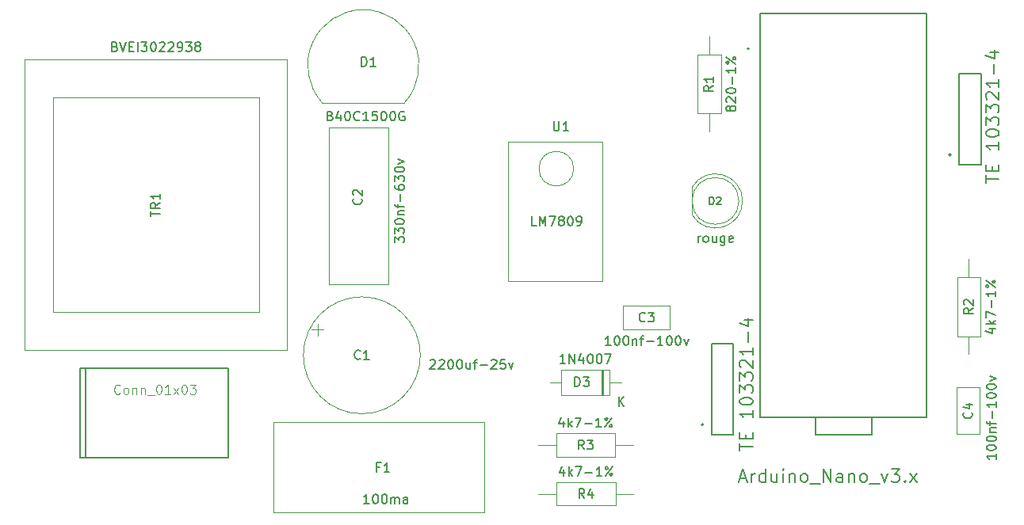
<source format=gbr>
%TF.GenerationSoftware,KiCad,Pcbnew,(6.0.7)*%
%TF.CreationDate,2022-10-25T14:44:23+02:00*%
%TF.ProjectId,Affichage_Temp_Humidite,41666669-6368-4616-9765-5f54656d705f,rev?*%
%TF.SameCoordinates,PX4692680PY2625a00*%
%TF.FileFunction,AssemblyDrawing,Top*%
%FSLAX46Y46*%
G04 Gerber Fmt 4.6, Leading zero omitted, Abs format (unit mm)*
G04 Created by KiCad (PCBNEW (6.0.7)) date 2022-10-25 14:44:23*
%MOMM*%
%LPD*%
G01*
G04 APERTURE LIST*
%ADD10C,0.150000*%
%ADD11C,0.200000*%
%ADD12C,0.015000*%
%ADD13C,0.100000*%
%ADD14C,0.120000*%
%ADD15C,0.127000*%
G04 APERTURE END LIST*
D10*
%TO.C,R2*%
X105295714Y-35177142D02*
X105962380Y-35177142D01*
X104914761Y-35415238D02*
X105629047Y-35653333D01*
X105629047Y-35034285D01*
X105962380Y-34653333D02*
X104962380Y-34653333D01*
X105581428Y-34558095D02*
X105962380Y-34272380D01*
X105295714Y-34272380D02*
X105676666Y-34653333D01*
X104962380Y-33939047D02*
X104962380Y-33272380D01*
X105962380Y-33700952D01*
X105581428Y-32891428D02*
X105581428Y-32129523D01*
X105962380Y-31129523D02*
X105962380Y-31700952D01*
X105962380Y-31415238D02*
X104962380Y-31415238D01*
X105105238Y-31510476D01*
X105200476Y-31605714D01*
X105248095Y-31700952D01*
X105962380Y-30748571D02*
X104962380Y-29986666D01*
X104962380Y-30605714D02*
X105010000Y-30510476D01*
X105105238Y-30462857D01*
X105200476Y-30510476D01*
X105248095Y-30605714D01*
X105200476Y-30700952D01*
X105105238Y-30748571D01*
X105010000Y-30700952D01*
X104962380Y-30605714D01*
X105914761Y-30034285D02*
X105819523Y-29986666D01*
X105724285Y-30034285D01*
X105676666Y-30129523D01*
X105724285Y-30224761D01*
X105819523Y-30272380D01*
X105914761Y-30224761D01*
X105962380Y-30129523D01*
X105914761Y-30034285D01*
X103592380Y-32986666D02*
X103116190Y-33320000D01*
X103592380Y-33558095D02*
X102592380Y-33558095D01*
X102592380Y-33177142D01*
X102640000Y-33081904D01*
X102687619Y-33034285D01*
X102782857Y-32986666D01*
X102925714Y-32986666D01*
X103020952Y-33034285D01*
X103068571Y-33081904D01*
X103116190Y-33177142D01*
X103116190Y-33558095D01*
X102687619Y-32605714D02*
X102640000Y-32558095D01*
X102592380Y-32462857D01*
X102592380Y-32224761D01*
X102640000Y-32129523D01*
X102687619Y-32081904D01*
X102782857Y-32034285D01*
X102878095Y-32034285D01*
X103020952Y-32081904D01*
X103592380Y-32653333D01*
X103592380Y-32034285D01*
%TO.C,R4*%
X59882857Y-50235714D02*
X59882857Y-50902380D01*
X59644761Y-49854761D02*
X59406666Y-50569047D01*
X60025714Y-50569047D01*
X60406666Y-50902380D02*
X60406666Y-49902380D01*
X60501904Y-50521428D02*
X60787619Y-50902380D01*
X60787619Y-50235714D02*
X60406666Y-50616666D01*
X61120952Y-49902380D02*
X61787619Y-49902380D01*
X61359047Y-50902380D01*
X62168571Y-50521428D02*
X62930476Y-50521428D01*
X63930476Y-50902380D02*
X63359047Y-50902380D01*
X63644761Y-50902380D02*
X63644761Y-49902380D01*
X63549523Y-50045238D01*
X63454285Y-50140476D01*
X63359047Y-50188095D01*
X64311428Y-50902380D02*
X65073333Y-49902380D01*
X64454285Y-49902380D02*
X64549523Y-49950000D01*
X64597142Y-50045238D01*
X64549523Y-50140476D01*
X64454285Y-50188095D01*
X64359047Y-50140476D01*
X64311428Y-50045238D01*
X64359047Y-49950000D01*
X64454285Y-49902380D01*
X65025714Y-50854761D02*
X65073333Y-50759523D01*
X65025714Y-50664285D01*
X64930476Y-50616666D01*
X64835238Y-50664285D01*
X64787619Y-50759523D01*
X64835238Y-50854761D01*
X64930476Y-50902380D01*
X65025714Y-50854761D01*
X62073333Y-53272380D02*
X61740000Y-52796190D01*
X61501904Y-53272380D02*
X61501904Y-52272380D01*
X61882857Y-52272380D01*
X61978095Y-52320000D01*
X62025714Y-52367619D01*
X62073333Y-52462857D01*
X62073333Y-52605714D01*
X62025714Y-52700952D01*
X61978095Y-52748571D01*
X61882857Y-52796190D01*
X61501904Y-52796190D01*
X62930476Y-52605714D02*
X62930476Y-53272380D01*
X62692380Y-52224761D02*
X62454285Y-52939047D01*
X63073333Y-52939047D01*
%TO.C,D1*%
X34924585Y-12395971D02*
X35067442Y-12443590D01*
X35115061Y-12491209D01*
X35162680Y-12586447D01*
X35162680Y-12729304D01*
X35115061Y-12824542D01*
X35067442Y-12872161D01*
X34972204Y-12919780D01*
X34591252Y-12919780D01*
X34591252Y-11919780D01*
X34924585Y-11919780D01*
X35019823Y-11967400D01*
X35067442Y-12015019D01*
X35115061Y-12110257D01*
X35115061Y-12205495D01*
X35067442Y-12300733D01*
X35019823Y-12348352D01*
X34924585Y-12395971D01*
X34591252Y-12395971D01*
X36019823Y-12253114D02*
X36019823Y-12919780D01*
X35781728Y-11872161D02*
X35543633Y-12586447D01*
X36162680Y-12586447D01*
X36734109Y-11919780D02*
X36829347Y-11919780D01*
X36924585Y-11967400D01*
X36972204Y-12015019D01*
X37019823Y-12110257D01*
X37067442Y-12300733D01*
X37067442Y-12538828D01*
X37019823Y-12729304D01*
X36972204Y-12824542D01*
X36924585Y-12872161D01*
X36829347Y-12919780D01*
X36734109Y-12919780D01*
X36638871Y-12872161D01*
X36591252Y-12824542D01*
X36543633Y-12729304D01*
X36496014Y-12538828D01*
X36496014Y-12300733D01*
X36543633Y-12110257D01*
X36591252Y-12015019D01*
X36638871Y-11967400D01*
X36734109Y-11919780D01*
X38067442Y-12824542D02*
X38019823Y-12872161D01*
X37876966Y-12919780D01*
X37781728Y-12919780D01*
X37638871Y-12872161D01*
X37543633Y-12776923D01*
X37496014Y-12681685D01*
X37448395Y-12491209D01*
X37448395Y-12348352D01*
X37496014Y-12157876D01*
X37543633Y-12062638D01*
X37638871Y-11967400D01*
X37781728Y-11919780D01*
X37876966Y-11919780D01*
X38019823Y-11967400D01*
X38067442Y-12015019D01*
X39019823Y-12919780D02*
X38448395Y-12919780D01*
X38734109Y-12919780D02*
X38734109Y-11919780D01*
X38638871Y-12062638D01*
X38543633Y-12157876D01*
X38448395Y-12205495D01*
X39924585Y-11919780D02*
X39448395Y-11919780D01*
X39400776Y-12395971D01*
X39448395Y-12348352D01*
X39543633Y-12300733D01*
X39781728Y-12300733D01*
X39876966Y-12348352D01*
X39924585Y-12395971D01*
X39972204Y-12491209D01*
X39972204Y-12729304D01*
X39924585Y-12824542D01*
X39876966Y-12872161D01*
X39781728Y-12919780D01*
X39543633Y-12919780D01*
X39448395Y-12872161D01*
X39400776Y-12824542D01*
X40591252Y-11919780D02*
X40686490Y-11919780D01*
X40781728Y-11967400D01*
X40829347Y-12015019D01*
X40876966Y-12110257D01*
X40924585Y-12300733D01*
X40924585Y-12538828D01*
X40876966Y-12729304D01*
X40829347Y-12824542D01*
X40781728Y-12872161D01*
X40686490Y-12919780D01*
X40591252Y-12919780D01*
X40496014Y-12872161D01*
X40448395Y-12824542D01*
X40400776Y-12729304D01*
X40353157Y-12538828D01*
X40353157Y-12300733D01*
X40400776Y-12110257D01*
X40448395Y-12015019D01*
X40496014Y-11967400D01*
X40591252Y-11919780D01*
X41543633Y-11919780D02*
X41638871Y-11919780D01*
X41734109Y-11967400D01*
X41781728Y-12015019D01*
X41829347Y-12110257D01*
X41876966Y-12300733D01*
X41876966Y-12538828D01*
X41829347Y-12729304D01*
X41781728Y-12824542D01*
X41734109Y-12872161D01*
X41638871Y-12919780D01*
X41543633Y-12919780D01*
X41448395Y-12872161D01*
X41400776Y-12824542D01*
X41353157Y-12729304D01*
X41305538Y-12538828D01*
X41305538Y-12300733D01*
X41353157Y-12110257D01*
X41400776Y-12015019D01*
X41448395Y-11967400D01*
X41543633Y-11919780D01*
X42829347Y-11967400D02*
X42734109Y-11919780D01*
X42591252Y-11919780D01*
X42448395Y-11967400D01*
X42353157Y-12062638D01*
X42305538Y-12157876D01*
X42257919Y-12348352D01*
X42257919Y-12491209D01*
X42305538Y-12681685D01*
X42353157Y-12776923D01*
X42448395Y-12872161D01*
X42591252Y-12919780D01*
X42686490Y-12919780D01*
X42829347Y-12872161D01*
X42876966Y-12824542D01*
X42876966Y-12491209D01*
X42686490Y-12491209D01*
X38272204Y-7094780D02*
X38272204Y-6094780D01*
X38510300Y-6094780D01*
X38653157Y-6142400D01*
X38748395Y-6237638D01*
X38796014Y-6332876D01*
X38843633Y-6523352D01*
X38843633Y-6666209D01*
X38796014Y-6856685D01*
X38748395Y-6951923D01*
X38653157Y-7047161D01*
X38510300Y-7094780D01*
X38272204Y-7094780D01*
X39796014Y-7094780D02*
X39224585Y-7094780D01*
X39510300Y-7094780D02*
X39510300Y-6094780D01*
X39415061Y-6237638D01*
X39319823Y-6332876D01*
X39224585Y-6380495D01*
%TO.C,C2*%
X41817380Y-25942380D02*
X41817380Y-25323333D01*
X42198333Y-25656666D01*
X42198333Y-25513809D01*
X42245952Y-25418571D01*
X42293571Y-25370952D01*
X42388809Y-25323333D01*
X42626904Y-25323333D01*
X42722142Y-25370952D01*
X42769761Y-25418571D01*
X42817380Y-25513809D01*
X42817380Y-25799523D01*
X42769761Y-25894761D01*
X42722142Y-25942380D01*
X41817380Y-24990000D02*
X41817380Y-24370952D01*
X42198333Y-24704285D01*
X42198333Y-24561428D01*
X42245952Y-24466190D01*
X42293571Y-24418571D01*
X42388809Y-24370952D01*
X42626904Y-24370952D01*
X42722142Y-24418571D01*
X42769761Y-24466190D01*
X42817380Y-24561428D01*
X42817380Y-24847142D01*
X42769761Y-24942380D01*
X42722142Y-24990000D01*
X41817380Y-23751904D02*
X41817380Y-23656666D01*
X41865000Y-23561428D01*
X41912619Y-23513809D01*
X42007857Y-23466190D01*
X42198333Y-23418571D01*
X42436428Y-23418571D01*
X42626904Y-23466190D01*
X42722142Y-23513809D01*
X42769761Y-23561428D01*
X42817380Y-23656666D01*
X42817380Y-23751904D01*
X42769761Y-23847142D01*
X42722142Y-23894761D01*
X42626904Y-23942380D01*
X42436428Y-23990000D01*
X42198333Y-23990000D01*
X42007857Y-23942380D01*
X41912619Y-23894761D01*
X41865000Y-23847142D01*
X41817380Y-23751904D01*
X42150714Y-22990000D02*
X42817380Y-22990000D01*
X42245952Y-22990000D02*
X42198333Y-22942380D01*
X42150714Y-22847142D01*
X42150714Y-22704285D01*
X42198333Y-22609047D01*
X42293571Y-22561428D01*
X42817380Y-22561428D01*
X42150714Y-22228095D02*
X42150714Y-21847142D01*
X42817380Y-22085238D02*
X41960238Y-22085238D01*
X41865000Y-22037619D01*
X41817380Y-21942380D01*
X41817380Y-21847142D01*
X42436428Y-21513809D02*
X42436428Y-20751904D01*
X41817380Y-19847142D02*
X41817380Y-20037619D01*
X41865000Y-20132857D01*
X41912619Y-20180476D01*
X42055476Y-20275714D01*
X42245952Y-20323333D01*
X42626904Y-20323333D01*
X42722142Y-20275714D01*
X42769761Y-20228095D01*
X42817380Y-20132857D01*
X42817380Y-19942380D01*
X42769761Y-19847142D01*
X42722142Y-19799523D01*
X42626904Y-19751904D01*
X42388809Y-19751904D01*
X42293571Y-19799523D01*
X42245952Y-19847142D01*
X42198333Y-19942380D01*
X42198333Y-20132857D01*
X42245952Y-20228095D01*
X42293571Y-20275714D01*
X42388809Y-20323333D01*
X41817380Y-19418571D02*
X41817380Y-18799523D01*
X42198333Y-19132857D01*
X42198333Y-18990000D01*
X42245952Y-18894761D01*
X42293571Y-18847142D01*
X42388809Y-18799523D01*
X42626904Y-18799523D01*
X42722142Y-18847142D01*
X42769761Y-18894761D01*
X42817380Y-18990000D01*
X42817380Y-19275714D01*
X42769761Y-19370952D01*
X42722142Y-19418571D01*
X41817380Y-18180476D02*
X41817380Y-18085238D01*
X41865000Y-17990000D01*
X41912619Y-17942380D01*
X42007857Y-17894761D01*
X42198333Y-17847142D01*
X42436428Y-17847142D01*
X42626904Y-17894761D01*
X42722142Y-17942380D01*
X42769761Y-17990000D01*
X42817380Y-18085238D01*
X42817380Y-18180476D01*
X42769761Y-18275714D01*
X42722142Y-18323333D01*
X42626904Y-18370952D01*
X42436428Y-18418571D01*
X42198333Y-18418571D01*
X42007857Y-18370952D01*
X41912619Y-18323333D01*
X41865000Y-18275714D01*
X41817380Y-18180476D01*
X42150714Y-17513809D02*
X42817380Y-17275714D01*
X42150714Y-17037619D01*
X38247142Y-21256666D02*
X38294761Y-21304285D01*
X38342380Y-21447142D01*
X38342380Y-21542380D01*
X38294761Y-21685238D01*
X38199523Y-21780476D01*
X38104285Y-21828095D01*
X37913809Y-21875714D01*
X37770952Y-21875714D01*
X37580476Y-21828095D01*
X37485238Y-21780476D01*
X37390000Y-21685238D01*
X37342380Y-21542380D01*
X37342380Y-21447142D01*
X37390000Y-21304285D01*
X37437619Y-21256666D01*
X37437619Y-20875714D02*
X37390000Y-20828095D01*
X37342380Y-20732857D01*
X37342380Y-20494761D01*
X37390000Y-20399523D01*
X37437619Y-20351904D01*
X37532857Y-20304285D01*
X37628095Y-20304285D01*
X37770952Y-20351904D01*
X38342380Y-20923333D01*
X38342380Y-20304285D01*
%TO.C,D3*%
X60037142Y-38862380D02*
X59465714Y-38862380D01*
X59751428Y-38862380D02*
X59751428Y-37862380D01*
X59656190Y-38005238D01*
X59560952Y-38100476D01*
X59465714Y-38148095D01*
X60465714Y-38862380D02*
X60465714Y-37862380D01*
X61037142Y-38862380D01*
X61037142Y-37862380D01*
X61941904Y-38195714D02*
X61941904Y-38862380D01*
X61703809Y-37814761D02*
X61465714Y-38529047D01*
X62084761Y-38529047D01*
X62656190Y-37862380D02*
X62751428Y-37862380D01*
X62846666Y-37910000D01*
X62894285Y-37957619D01*
X62941904Y-38052857D01*
X62989523Y-38243333D01*
X62989523Y-38481428D01*
X62941904Y-38671904D01*
X62894285Y-38767142D01*
X62846666Y-38814761D01*
X62751428Y-38862380D01*
X62656190Y-38862380D01*
X62560952Y-38814761D01*
X62513333Y-38767142D01*
X62465714Y-38671904D01*
X62418095Y-38481428D01*
X62418095Y-38243333D01*
X62465714Y-38052857D01*
X62513333Y-37957619D01*
X62560952Y-37910000D01*
X62656190Y-37862380D01*
X63608571Y-37862380D02*
X63703809Y-37862380D01*
X63799047Y-37910000D01*
X63846666Y-37957619D01*
X63894285Y-38052857D01*
X63941904Y-38243333D01*
X63941904Y-38481428D01*
X63894285Y-38671904D01*
X63846666Y-38767142D01*
X63799047Y-38814761D01*
X63703809Y-38862380D01*
X63608571Y-38862380D01*
X63513333Y-38814761D01*
X63465714Y-38767142D01*
X63418095Y-38671904D01*
X63370476Y-38481428D01*
X63370476Y-38243333D01*
X63418095Y-38052857D01*
X63465714Y-37957619D01*
X63513333Y-37910000D01*
X63608571Y-37862380D01*
X64275238Y-37862380D02*
X64941904Y-37862380D01*
X64513333Y-38862380D01*
X65728095Y-43432380D02*
X65728095Y-42432380D01*
X66299523Y-43432380D02*
X65870952Y-42860952D01*
X66299523Y-42432380D02*
X65728095Y-43003809D01*
X61051904Y-41332380D02*
X61051904Y-40332380D01*
X61290000Y-40332380D01*
X61432857Y-40380000D01*
X61528095Y-40475238D01*
X61575714Y-40570476D01*
X61623333Y-40760952D01*
X61623333Y-40903809D01*
X61575714Y-41094285D01*
X61528095Y-41189523D01*
X61432857Y-41284761D01*
X61290000Y-41332380D01*
X61051904Y-41332380D01*
X61956666Y-40332380D02*
X62575714Y-40332380D01*
X62242380Y-40713333D01*
X62385238Y-40713333D01*
X62480476Y-40760952D01*
X62528095Y-40808571D01*
X62575714Y-40903809D01*
X62575714Y-41141904D01*
X62528095Y-41237142D01*
X62480476Y-41284761D01*
X62385238Y-41332380D01*
X62099523Y-41332380D01*
X62004285Y-41284761D01*
X61956666Y-41237142D01*
%TO.C,R1*%
X77650952Y-11714285D02*
X77603333Y-11809523D01*
X77555714Y-11857142D01*
X77460476Y-11904761D01*
X77412857Y-11904761D01*
X77317619Y-11857142D01*
X77270000Y-11809523D01*
X77222380Y-11714285D01*
X77222380Y-11523809D01*
X77270000Y-11428571D01*
X77317619Y-11380952D01*
X77412857Y-11333333D01*
X77460476Y-11333333D01*
X77555714Y-11380952D01*
X77603333Y-11428571D01*
X77650952Y-11523809D01*
X77650952Y-11714285D01*
X77698571Y-11809523D01*
X77746190Y-11857142D01*
X77841428Y-11904761D01*
X78031904Y-11904761D01*
X78127142Y-11857142D01*
X78174761Y-11809523D01*
X78222380Y-11714285D01*
X78222380Y-11523809D01*
X78174761Y-11428571D01*
X78127142Y-11380952D01*
X78031904Y-11333333D01*
X77841428Y-11333333D01*
X77746190Y-11380952D01*
X77698571Y-11428571D01*
X77650952Y-11523809D01*
X77317619Y-10952380D02*
X77270000Y-10904761D01*
X77222380Y-10809523D01*
X77222380Y-10571428D01*
X77270000Y-10476190D01*
X77317619Y-10428571D01*
X77412857Y-10380952D01*
X77508095Y-10380952D01*
X77650952Y-10428571D01*
X78222380Y-11000000D01*
X78222380Y-10380952D01*
X77222380Y-9761904D02*
X77222380Y-9666666D01*
X77270000Y-9571428D01*
X77317619Y-9523809D01*
X77412857Y-9476190D01*
X77603333Y-9428571D01*
X77841428Y-9428571D01*
X78031904Y-9476190D01*
X78127142Y-9523809D01*
X78174761Y-9571428D01*
X78222380Y-9666666D01*
X78222380Y-9761904D01*
X78174761Y-9857142D01*
X78127142Y-9904761D01*
X78031904Y-9952380D01*
X77841428Y-10000000D01*
X77603333Y-10000000D01*
X77412857Y-9952380D01*
X77317619Y-9904761D01*
X77270000Y-9857142D01*
X77222380Y-9761904D01*
X77841428Y-9000000D02*
X77841428Y-8238095D01*
X78222380Y-7238095D02*
X78222380Y-7809523D01*
X78222380Y-7523809D02*
X77222380Y-7523809D01*
X77365238Y-7619047D01*
X77460476Y-7714285D01*
X77508095Y-7809523D01*
X78222380Y-6857142D02*
X77222380Y-6095238D01*
X77222380Y-6714285D02*
X77270000Y-6619047D01*
X77365238Y-6571428D01*
X77460476Y-6619047D01*
X77508095Y-6714285D01*
X77460476Y-6809523D01*
X77365238Y-6857142D01*
X77270000Y-6809523D01*
X77222380Y-6714285D01*
X78174761Y-6142857D02*
X78079523Y-6095238D01*
X77984285Y-6142857D01*
X77936666Y-6238095D01*
X77984285Y-6333333D01*
X78079523Y-6380952D01*
X78174761Y-6333333D01*
X78222380Y-6238095D01*
X78174761Y-6142857D01*
X75852380Y-9166666D02*
X75376190Y-9500000D01*
X75852380Y-9738095D02*
X74852380Y-9738095D01*
X74852380Y-9357142D01*
X74900000Y-9261904D01*
X74947619Y-9214285D01*
X75042857Y-9166666D01*
X75185714Y-9166666D01*
X75280952Y-9214285D01*
X75328571Y-9261904D01*
X75376190Y-9357142D01*
X75376190Y-9738095D01*
X75852380Y-8214285D02*
X75852380Y-8785714D01*
X75852380Y-8500000D02*
X74852380Y-8500000D01*
X74995238Y-8595238D01*
X75090476Y-8690476D01*
X75138095Y-8785714D01*
%TO.C,F1*%
X39084285Y-53852380D02*
X38512857Y-53852380D01*
X38798571Y-53852380D02*
X38798571Y-52852380D01*
X38703333Y-52995238D01*
X38608095Y-53090476D01*
X38512857Y-53138095D01*
X39703333Y-52852380D02*
X39798571Y-52852380D01*
X39893809Y-52900000D01*
X39941428Y-52947619D01*
X39989047Y-53042857D01*
X40036666Y-53233333D01*
X40036666Y-53471428D01*
X39989047Y-53661904D01*
X39941428Y-53757142D01*
X39893809Y-53804761D01*
X39798571Y-53852380D01*
X39703333Y-53852380D01*
X39608095Y-53804761D01*
X39560476Y-53757142D01*
X39512857Y-53661904D01*
X39465238Y-53471428D01*
X39465238Y-53233333D01*
X39512857Y-53042857D01*
X39560476Y-52947619D01*
X39608095Y-52900000D01*
X39703333Y-52852380D01*
X40655714Y-52852380D02*
X40750952Y-52852380D01*
X40846190Y-52900000D01*
X40893809Y-52947619D01*
X40941428Y-53042857D01*
X40989047Y-53233333D01*
X40989047Y-53471428D01*
X40941428Y-53661904D01*
X40893809Y-53757142D01*
X40846190Y-53804761D01*
X40750952Y-53852380D01*
X40655714Y-53852380D01*
X40560476Y-53804761D01*
X40512857Y-53757142D01*
X40465238Y-53661904D01*
X40417619Y-53471428D01*
X40417619Y-53233333D01*
X40465238Y-53042857D01*
X40512857Y-52947619D01*
X40560476Y-52900000D01*
X40655714Y-52852380D01*
X41417619Y-53852380D02*
X41417619Y-53185714D01*
X41417619Y-53280952D02*
X41465238Y-53233333D01*
X41560476Y-53185714D01*
X41703333Y-53185714D01*
X41798571Y-53233333D01*
X41846190Y-53328571D01*
X41846190Y-53852380D01*
X41846190Y-53328571D02*
X41893809Y-53233333D01*
X41989047Y-53185714D01*
X42131904Y-53185714D01*
X42227142Y-53233333D01*
X42274761Y-53328571D01*
X42274761Y-53852380D01*
X43179523Y-53852380D02*
X43179523Y-53328571D01*
X43131904Y-53233333D01*
X43036666Y-53185714D01*
X42846190Y-53185714D01*
X42750952Y-53233333D01*
X43179523Y-53804761D02*
X43084285Y-53852380D01*
X42846190Y-53852380D01*
X42750952Y-53804761D01*
X42703333Y-53709523D01*
X42703333Y-53614285D01*
X42750952Y-53519047D01*
X42846190Y-53471428D01*
X43084285Y-53471428D01*
X43179523Y-53423809D01*
X40196666Y-49963571D02*
X39863333Y-49963571D01*
X39863333Y-50487380D02*
X39863333Y-49487380D01*
X40339523Y-49487380D01*
X41244285Y-50487380D02*
X40672857Y-50487380D01*
X40958571Y-50487380D02*
X40958571Y-49487380D01*
X40863333Y-49630238D01*
X40768095Y-49725476D01*
X40672857Y-49773095D01*
%TO.C,R3*%
X59842857Y-45015714D02*
X59842857Y-45682380D01*
X59604761Y-44634761D02*
X59366666Y-45349047D01*
X59985714Y-45349047D01*
X60366666Y-45682380D02*
X60366666Y-44682380D01*
X60461904Y-45301428D02*
X60747619Y-45682380D01*
X60747619Y-45015714D02*
X60366666Y-45396666D01*
X61080952Y-44682380D02*
X61747619Y-44682380D01*
X61319047Y-45682380D01*
X62128571Y-45301428D02*
X62890476Y-45301428D01*
X63890476Y-45682380D02*
X63319047Y-45682380D01*
X63604761Y-45682380D02*
X63604761Y-44682380D01*
X63509523Y-44825238D01*
X63414285Y-44920476D01*
X63319047Y-44968095D01*
X64271428Y-45682380D02*
X65033333Y-44682380D01*
X64414285Y-44682380D02*
X64509523Y-44730000D01*
X64557142Y-44825238D01*
X64509523Y-44920476D01*
X64414285Y-44968095D01*
X64319047Y-44920476D01*
X64271428Y-44825238D01*
X64319047Y-44730000D01*
X64414285Y-44682380D01*
X64985714Y-45634761D02*
X65033333Y-45539523D01*
X64985714Y-45444285D01*
X64890476Y-45396666D01*
X64795238Y-45444285D01*
X64747619Y-45539523D01*
X64795238Y-45634761D01*
X64890476Y-45682380D01*
X64985714Y-45634761D01*
X62033333Y-48052380D02*
X61700000Y-47576190D01*
X61461904Y-48052380D02*
X61461904Y-47052380D01*
X61842857Y-47052380D01*
X61938095Y-47100000D01*
X61985714Y-47147619D01*
X62033333Y-47242857D01*
X62033333Y-47385714D01*
X61985714Y-47480952D01*
X61938095Y-47528571D01*
X61842857Y-47576190D01*
X61461904Y-47576190D01*
X62366666Y-47052380D02*
X62985714Y-47052380D01*
X62652380Y-47433333D01*
X62795238Y-47433333D01*
X62890476Y-47480952D01*
X62938095Y-47528571D01*
X62985714Y-47623809D01*
X62985714Y-47861904D01*
X62938095Y-47957142D01*
X62890476Y-48004761D01*
X62795238Y-48052380D01*
X62509523Y-48052380D01*
X62414285Y-48004761D01*
X62366666Y-47957142D01*
%TO.C,TR1*%
X11919047Y-4978571D02*
X12061904Y-5026190D01*
X12109523Y-5073809D01*
X12157142Y-5169047D01*
X12157142Y-5311904D01*
X12109523Y-5407142D01*
X12061904Y-5454761D01*
X11966666Y-5502380D01*
X11585714Y-5502380D01*
X11585714Y-4502380D01*
X11919047Y-4502380D01*
X12014285Y-4550000D01*
X12061904Y-4597619D01*
X12109523Y-4692857D01*
X12109523Y-4788095D01*
X12061904Y-4883333D01*
X12014285Y-4930952D01*
X11919047Y-4978571D01*
X11585714Y-4978571D01*
X12442857Y-4502380D02*
X12776190Y-5502380D01*
X13109523Y-4502380D01*
X13442857Y-4978571D02*
X13776190Y-4978571D01*
X13919047Y-5502380D02*
X13442857Y-5502380D01*
X13442857Y-4502380D01*
X13919047Y-4502380D01*
X14347619Y-5502380D02*
X14347619Y-4502380D01*
X14728571Y-4502380D02*
X15347619Y-4502380D01*
X15014285Y-4883333D01*
X15157142Y-4883333D01*
X15252380Y-4930952D01*
X15300000Y-4978571D01*
X15347619Y-5073809D01*
X15347619Y-5311904D01*
X15300000Y-5407142D01*
X15252380Y-5454761D01*
X15157142Y-5502380D01*
X14871428Y-5502380D01*
X14776190Y-5454761D01*
X14728571Y-5407142D01*
X15966666Y-4502380D02*
X16061904Y-4502380D01*
X16157142Y-4550000D01*
X16204761Y-4597619D01*
X16252380Y-4692857D01*
X16300000Y-4883333D01*
X16300000Y-5121428D01*
X16252380Y-5311904D01*
X16204761Y-5407142D01*
X16157142Y-5454761D01*
X16061904Y-5502380D01*
X15966666Y-5502380D01*
X15871428Y-5454761D01*
X15823809Y-5407142D01*
X15776190Y-5311904D01*
X15728571Y-5121428D01*
X15728571Y-4883333D01*
X15776190Y-4692857D01*
X15823809Y-4597619D01*
X15871428Y-4550000D01*
X15966666Y-4502380D01*
X16680952Y-4597619D02*
X16728571Y-4550000D01*
X16823809Y-4502380D01*
X17061904Y-4502380D01*
X17157142Y-4550000D01*
X17204761Y-4597619D01*
X17252380Y-4692857D01*
X17252380Y-4788095D01*
X17204761Y-4930952D01*
X16633333Y-5502380D01*
X17252380Y-5502380D01*
X17633333Y-4597619D02*
X17680952Y-4550000D01*
X17776190Y-4502380D01*
X18014285Y-4502380D01*
X18109523Y-4550000D01*
X18157142Y-4597619D01*
X18204761Y-4692857D01*
X18204761Y-4788095D01*
X18157142Y-4930952D01*
X17585714Y-5502380D01*
X18204761Y-5502380D01*
X18680952Y-5502380D02*
X18871428Y-5502380D01*
X18966666Y-5454761D01*
X19014285Y-5407142D01*
X19109523Y-5264285D01*
X19157142Y-5073809D01*
X19157142Y-4692857D01*
X19109523Y-4597619D01*
X19061904Y-4550000D01*
X18966666Y-4502380D01*
X18776190Y-4502380D01*
X18680952Y-4550000D01*
X18633333Y-4597619D01*
X18585714Y-4692857D01*
X18585714Y-4930952D01*
X18633333Y-5026190D01*
X18680952Y-5073809D01*
X18776190Y-5121428D01*
X18966666Y-5121428D01*
X19061904Y-5073809D01*
X19109523Y-5026190D01*
X19157142Y-4930952D01*
X19490476Y-4502380D02*
X20109523Y-4502380D01*
X19776190Y-4883333D01*
X19919047Y-4883333D01*
X20014285Y-4930952D01*
X20061904Y-4978571D01*
X20109523Y-5073809D01*
X20109523Y-5311904D01*
X20061904Y-5407142D01*
X20014285Y-5454761D01*
X19919047Y-5502380D01*
X19633333Y-5502380D01*
X19538095Y-5454761D01*
X19490476Y-5407142D01*
X20680952Y-4930952D02*
X20585714Y-4883333D01*
X20538095Y-4835714D01*
X20490476Y-4740476D01*
X20490476Y-4692857D01*
X20538095Y-4597619D01*
X20585714Y-4550000D01*
X20680952Y-4502380D01*
X20871428Y-4502380D01*
X20966666Y-4550000D01*
X21014285Y-4597619D01*
X21061904Y-4692857D01*
X21061904Y-4740476D01*
X21014285Y-4835714D01*
X20966666Y-4883333D01*
X20871428Y-4930952D01*
X20680952Y-4930952D01*
X20585714Y-4978571D01*
X20538095Y-5026190D01*
X20490476Y-5121428D01*
X20490476Y-5311904D01*
X20538095Y-5407142D01*
X20585714Y-5454761D01*
X20680952Y-5502380D01*
X20871428Y-5502380D01*
X20966666Y-5454761D01*
X21014285Y-5407142D01*
X21061904Y-5311904D01*
X21061904Y-5121428D01*
X21014285Y-5026190D01*
X20966666Y-4978571D01*
X20871428Y-4930952D01*
X15752380Y-23161904D02*
X15752380Y-22590476D01*
X16752380Y-22876190D02*
X15752380Y-22876190D01*
X16752380Y-21685714D02*
X16276190Y-22019047D01*
X16752380Y-22257142D02*
X15752380Y-22257142D01*
X15752380Y-21876190D01*
X15800000Y-21780952D01*
X15847619Y-21733333D01*
X15942857Y-21685714D01*
X16085714Y-21685714D01*
X16180952Y-21733333D01*
X16228571Y-21780952D01*
X16276190Y-21876190D01*
X16276190Y-22257142D01*
X16752380Y-20733333D02*
X16752380Y-21304761D01*
X16752380Y-21019047D02*
X15752380Y-21019047D01*
X15895238Y-21114285D01*
X15990476Y-21209523D01*
X16038095Y-21304761D01*
%TO.C,D2*%
X74212857Y-25912380D02*
X74212857Y-25245714D01*
X74212857Y-25436190D02*
X74260476Y-25340952D01*
X74308095Y-25293333D01*
X74403333Y-25245714D01*
X74498571Y-25245714D01*
X74974761Y-25912380D02*
X74879523Y-25864761D01*
X74831904Y-25817142D01*
X74784285Y-25721904D01*
X74784285Y-25436190D01*
X74831904Y-25340952D01*
X74879523Y-25293333D01*
X74974761Y-25245714D01*
X75117619Y-25245714D01*
X75212857Y-25293333D01*
X75260476Y-25340952D01*
X75308095Y-25436190D01*
X75308095Y-25721904D01*
X75260476Y-25817142D01*
X75212857Y-25864761D01*
X75117619Y-25912380D01*
X74974761Y-25912380D01*
X76165238Y-25245714D02*
X76165238Y-25912380D01*
X75736666Y-25245714D02*
X75736666Y-25769523D01*
X75784285Y-25864761D01*
X75879523Y-25912380D01*
X76022380Y-25912380D01*
X76117619Y-25864761D01*
X76165238Y-25817142D01*
X77070000Y-25245714D02*
X77070000Y-26055238D01*
X77022380Y-26150476D01*
X76974761Y-26198095D01*
X76879523Y-26245714D01*
X76736666Y-26245714D01*
X76641428Y-26198095D01*
X77070000Y-25864761D02*
X76974761Y-25912380D01*
X76784285Y-25912380D01*
X76689047Y-25864761D01*
X76641428Y-25817142D01*
X76593809Y-25721904D01*
X76593809Y-25436190D01*
X76641428Y-25340952D01*
X76689047Y-25293333D01*
X76784285Y-25245714D01*
X76974761Y-25245714D01*
X77070000Y-25293333D01*
X77927142Y-25864761D02*
X77831904Y-25912380D01*
X77641428Y-25912380D01*
X77546190Y-25864761D01*
X77498571Y-25769523D01*
X77498571Y-25388571D01*
X77546190Y-25293333D01*
X77641428Y-25245714D01*
X77831904Y-25245714D01*
X77927142Y-25293333D01*
X77974761Y-25388571D01*
X77974761Y-25483809D01*
X77498571Y-25579047D01*
D11*
X75459523Y-21861904D02*
X75459523Y-21061904D01*
X75650000Y-21061904D01*
X75764285Y-21100000D01*
X75840476Y-21176190D01*
X75878571Y-21252380D01*
X75916666Y-21404761D01*
X75916666Y-21519047D01*
X75878571Y-21671428D01*
X75840476Y-21747619D01*
X75764285Y-21823809D01*
X75650000Y-21861904D01*
X75459523Y-21861904D01*
X76221428Y-21138095D02*
X76259523Y-21100000D01*
X76335714Y-21061904D01*
X76526190Y-21061904D01*
X76602380Y-21100000D01*
X76640476Y-21138095D01*
X76678571Y-21214285D01*
X76678571Y-21290476D01*
X76640476Y-21404761D01*
X76183333Y-21861904D01*
X76678571Y-21861904D01*
D10*
%TO.C,J3*%
X78672143Y-48191020D02*
X78672143Y-47389778D01*
X80074316Y-47790399D02*
X78672143Y-47790399D01*
X79339844Y-46922387D02*
X79339844Y-46454996D01*
X80074316Y-46254686D02*
X80074316Y-46922387D01*
X78672143Y-46922387D01*
X78672143Y-46254686D01*
X80074316Y-43850960D02*
X80074316Y-44652202D01*
X80074316Y-44251581D02*
X78672143Y-44251581D01*
X78872453Y-44385122D01*
X79005994Y-44518662D01*
X79072764Y-44652202D01*
X78672143Y-42982949D02*
X78672143Y-42849408D01*
X78738913Y-42715868D01*
X78805683Y-42649098D01*
X78939223Y-42582328D01*
X79206304Y-42515558D01*
X79540155Y-42515558D01*
X79807235Y-42582328D01*
X79940776Y-42649098D01*
X80007546Y-42715868D01*
X80074316Y-42849408D01*
X80074316Y-42982949D01*
X80007546Y-43116489D01*
X79940776Y-43183259D01*
X79807235Y-43250029D01*
X79540155Y-43316799D01*
X79206304Y-43316799D01*
X78939223Y-43250029D01*
X78805683Y-43183259D01*
X78738913Y-43116489D01*
X78672143Y-42982949D01*
X78672143Y-42048167D02*
X78672143Y-41180155D01*
X79206304Y-41647546D01*
X79206304Y-41447235D01*
X79273074Y-41313695D01*
X79339844Y-41246925D01*
X79473385Y-41180155D01*
X79807235Y-41180155D01*
X79940776Y-41246925D01*
X80007546Y-41313695D01*
X80074316Y-41447235D01*
X80074316Y-41847856D01*
X80007546Y-41981396D01*
X79940776Y-42048167D01*
X78672143Y-40712764D02*
X78672143Y-39844752D01*
X79206304Y-40312143D01*
X79206304Y-40111832D01*
X79273074Y-39978292D01*
X79339844Y-39911522D01*
X79473385Y-39844752D01*
X79807235Y-39844752D01*
X79940776Y-39911522D01*
X80007546Y-39978292D01*
X80074316Y-40111832D01*
X80074316Y-40512453D01*
X80007546Y-40645994D01*
X79940776Y-40712764D01*
X78805683Y-39310591D02*
X78738913Y-39243821D01*
X78672143Y-39110280D01*
X78672143Y-38776430D01*
X78738913Y-38642889D01*
X78805683Y-38576119D01*
X78939223Y-38509349D01*
X79072764Y-38509349D01*
X79273074Y-38576119D01*
X80074316Y-39377361D01*
X80074316Y-38509349D01*
X80074316Y-37173946D02*
X80074316Y-37975188D01*
X80074316Y-37574567D02*
X78672143Y-37574567D01*
X78872453Y-37708107D01*
X79005994Y-37841648D01*
X79072764Y-37975188D01*
X79540155Y-36573015D02*
X79540155Y-35504693D01*
X79139534Y-34236060D02*
X80074316Y-34236060D01*
X78605373Y-34569911D02*
X79606925Y-34903761D01*
X79606925Y-34035749D01*
%TO.C,C1*%
X45595238Y-38547619D02*
X45642857Y-38500000D01*
X45738095Y-38452380D01*
X45976190Y-38452380D01*
X46071428Y-38500000D01*
X46119047Y-38547619D01*
X46166666Y-38642857D01*
X46166666Y-38738095D01*
X46119047Y-38880952D01*
X45547619Y-39452380D01*
X46166666Y-39452380D01*
X46547619Y-38547619D02*
X46595238Y-38500000D01*
X46690476Y-38452380D01*
X46928571Y-38452380D01*
X47023809Y-38500000D01*
X47071428Y-38547619D01*
X47119047Y-38642857D01*
X47119047Y-38738095D01*
X47071428Y-38880952D01*
X46500000Y-39452380D01*
X47119047Y-39452380D01*
X47738095Y-38452380D02*
X47833333Y-38452380D01*
X47928571Y-38500000D01*
X47976190Y-38547619D01*
X48023809Y-38642857D01*
X48071428Y-38833333D01*
X48071428Y-39071428D01*
X48023809Y-39261904D01*
X47976190Y-39357142D01*
X47928571Y-39404761D01*
X47833333Y-39452380D01*
X47738095Y-39452380D01*
X47642857Y-39404761D01*
X47595238Y-39357142D01*
X47547619Y-39261904D01*
X47500000Y-39071428D01*
X47500000Y-38833333D01*
X47547619Y-38642857D01*
X47595238Y-38547619D01*
X47642857Y-38500000D01*
X47738095Y-38452380D01*
X48690476Y-38452380D02*
X48785714Y-38452380D01*
X48880952Y-38500000D01*
X48928571Y-38547619D01*
X48976190Y-38642857D01*
X49023809Y-38833333D01*
X49023809Y-39071428D01*
X48976190Y-39261904D01*
X48928571Y-39357142D01*
X48880952Y-39404761D01*
X48785714Y-39452380D01*
X48690476Y-39452380D01*
X48595238Y-39404761D01*
X48547619Y-39357142D01*
X48500000Y-39261904D01*
X48452380Y-39071428D01*
X48452380Y-38833333D01*
X48500000Y-38642857D01*
X48547619Y-38547619D01*
X48595238Y-38500000D01*
X48690476Y-38452380D01*
X49880952Y-38785714D02*
X49880952Y-39452380D01*
X49452380Y-38785714D02*
X49452380Y-39309523D01*
X49500000Y-39404761D01*
X49595238Y-39452380D01*
X49738095Y-39452380D01*
X49833333Y-39404761D01*
X49880952Y-39357142D01*
X50214285Y-38785714D02*
X50595238Y-38785714D01*
X50357142Y-39452380D02*
X50357142Y-38595238D01*
X50404761Y-38500000D01*
X50500000Y-38452380D01*
X50595238Y-38452380D01*
X50928571Y-39071428D02*
X51690476Y-39071428D01*
X52119047Y-38547619D02*
X52166666Y-38500000D01*
X52261904Y-38452380D01*
X52500000Y-38452380D01*
X52595238Y-38500000D01*
X52642857Y-38547619D01*
X52690476Y-38642857D01*
X52690476Y-38738095D01*
X52642857Y-38880952D01*
X52071428Y-39452380D01*
X52690476Y-39452380D01*
X53595238Y-38452380D02*
X53119047Y-38452380D01*
X53071428Y-38928571D01*
X53119047Y-38880952D01*
X53214285Y-38833333D01*
X53452380Y-38833333D01*
X53547619Y-38880952D01*
X53595238Y-38928571D01*
X53642857Y-39023809D01*
X53642857Y-39261904D01*
X53595238Y-39357142D01*
X53547619Y-39404761D01*
X53452380Y-39452380D01*
X53214285Y-39452380D01*
X53119047Y-39404761D01*
X53071428Y-39357142D01*
X53976190Y-38785714D02*
X54214285Y-39452380D01*
X54452380Y-38785714D01*
X38133333Y-38357142D02*
X38085714Y-38404761D01*
X37942857Y-38452380D01*
X37847619Y-38452380D01*
X37704761Y-38404761D01*
X37609523Y-38309523D01*
X37561904Y-38214285D01*
X37514285Y-38023809D01*
X37514285Y-37880952D01*
X37561904Y-37690476D01*
X37609523Y-37595238D01*
X37704761Y-37500000D01*
X37847619Y-37452380D01*
X37942857Y-37452380D01*
X38085714Y-37500000D01*
X38133333Y-37547619D01*
X39085714Y-38452380D02*
X38514285Y-38452380D01*
X38800000Y-38452380D02*
X38800000Y-37452380D01*
X38704761Y-37595238D01*
X38609523Y-37690476D01*
X38514285Y-37738095D01*
%TO.C,C3*%
X64896666Y-36922380D02*
X64325238Y-36922380D01*
X64610952Y-36922380D02*
X64610952Y-35922380D01*
X64515714Y-36065238D01*
X64420476Y-36160476D01*
X64325238Y-36208095D01*
X65515714Y-35922380D02*
X65610952Y-35922380D01*
X65706190Y-35970000D01*
X65753809Y-36017619D01*
X65801428Y-36112857D01*
X65849047Y-36303333D01*
X65849047Y-36541428D01*
X65801428Y-36731904D01*
X65753809Y-36827142D01*
X65706190Y-36874761D01*
X65610952Y-36922380D01*
X65515714Y-36922380D01*
X65420476Y-36874761D01*
X65372857Y-36827142D01*
X65325238Y-36731904D01*
X65277619Y-36541428D01*
X65277619Y-36303333D01*
X65325238Y-36112857D01*
X65372857Y-36017619D01*
X65420476Y-35970000D01*
X65515714Y-35922380D01*
X66468095Y-35922380D02*
X66563333Y-35922380D01*
X66658571Y-35970000D01*
X66706190Y-36017619D01*
X66753809Y-36112857D01*
X66801428Y-36303333D01*
X66801428Y-36541428D01*
X66753809Y-36731904D01*
X66706190Y-36827142D01*
X66658571Y-36874761D01*
X66563333Y-36922380D01*
X66468095Y-36922380D01*
X66372857Y-36874761D01*
X66325238Y-36827142D01*
X66277619Y-36731904D01*
X66230000Y-36541428D01*
X66230000Y-36303333D01*
X66277619Y-36112857D01*
X66325238Y-36017619D01*
X66372857Y-35970000D01*
X66468095Y-35922380D01*
X67230000Y-36255714D02*
X67230000Y-36922380D01*
X67230000Y-36350952D02*
X67277619Y-36303333D01*
X67372857Y-36255714D01*
X67515714Y-36255714D01*
X67610952Y-36303333D01*
X67658571Y-36398571D01*
X67658571Y-36922380D01*
X67991904Y-36255714D02*
X68372857Y-36255714D01*
X68134761Y-36922380D02*
X68134761Y-36065238D01*
X68182380Y-35970000D01*
X68277619Y-35922380D01*
X68372857Y-35922380D01*
X68706190Y-36541428D02*
X69468095Y-36541428D01*
X70468095Y-36922380D02*
X69896666Y-36922380D01*
X70182380Y-36922380D02*
X70182380Y-35922380D01*
X70087142Y-36065238D01*
X69991904Y-36160476D01*
X69896666Y-36208095D01*
X71087142Y-35922380D02*
X71182380Y-35922380D01*
X71277619Y-35970000D01*
X71325238Y-36017619D01*
X71372857Y-36112857D01*
X71420476Y-36303333D01*
X71420476Y-36541428D01*
X71372857Y-36731904D01*
X71325238Y-36827142D01*
X71277619Y-36874761D01*
X71182380Y-36922380D01*
X71087142Y-36922380D01*
X70991904Y-36874761D01*
X70944285Y-36827142D01*
X70896666Y-36731904D01*
X70849047Y-36541428D01*
X70849047Y-36303333D01*
X70896666Y-36112857D01*
X70944285Y-36017619D01*
X70991904Y-35970000D01*
X71087142Y-35922380D01*
X72039523Y-35922380D02*
X72134761Y-35922380D01*
X72230000Y-35970000D01*
X72277619Y-36017619D01*
X72325238Y-36112857D01*
X72372857Y-36303333D01*
X72372857Y-36541428D01*
X72325238Y-36731904D01*
X72277619Y-36827142D01*
X72230000Y-36874761D01*
X72134761Y-36922380D01*
X72039523Y-36922380D01*
X71944285Y-36874761D01*
X71896666Y-36827142D01*
X71849047Y-36731904D01*
X71801428Y-36541428D01*
X71801428Y-36303333D01*
X71849047Y-36112857D01*
X71896666Y-36017619D01*
X71944285Y-35970000D01*
X72039523Y-35922380D01*
X72706190Y-36255714D02*
X72944285Y-36922380D01*
X73182380Y-36255714D01*
X68563333Y-34327142D02*
X68515714Y-34374761D01*
X68372857Y-34422380D01*
X68277619Y-34422380D01*
X68134761Y-34374761D01*
X68039523Y-34279523D01*
X67991904Y-34184285D01*
X67944285Y-33993809D01*
X67944285Y-33850952D01*
X67991904Y-33660476D01*
X68039523Y-33565238D01*
X68134761Y-33470000D01*
X68277619Y-33422380D01*
X68372857Y-33422380D01*
X68515714Y-33470000D01*
X68563333Y-33517619D01*
X68896666Y-33422380D02*
X69515714Y-33422380D01*
X69182380Y-33803333D01*
X69325238Y-33803333D01*
X69420476Y-33850952D01*
X69468095Y-33898571D01*
X69515714Y-33993809D01*
X69515714Y-34231904D01*
X69468095Y-34327142D01*
X69420476Y-34374761D01*
X69325238Y-34422380D01*
X69039523Y-34422380D01*
X68944285Y-34374761D01*
X68896666Y-34327142D01*
%TO.C,A1*%
X78657666Y-51174333D02*
X79324333Y-51174333D01*
X78524333Y-51574333D02*
X78991000Y-50174333D01*
X79457666Y-51574333D01*
X79924333Y-51574333D02*
X79924333Y-50641000D01*
X79924333Y-50907666D02*
X79991000Y-50774333D01*
X80057666Y-50707666D01*
X80191000Y-50641000D01*
X80324333Y-50641000D01*
X81391000Y-51574333D02*
X81391000Y-50174333D01*
X81391000Y-51507666D02*
X81257666Y-51574333D01*
X80991000Y-51574333D01*
X80857666Y-51507666D01*
X80791000Y-51441000D01*
X80724333Y-51307666D01*
X80724333Y-50907666D01*
X80791000Y-50774333D01*
X80857666Y-50707666D01*
X80991000Y-50641000D01*
X81257666Y-50641000D01*
X81391000Y-50707666D01*
X82657666Y-50641000D02*
X82657666Y-51574333D01*
X82057666Y-50641000D02*
X82057666Y-51374333D01*
X82124333Y-51507666D01*
X82257666Y-51574333D01*
X82457666Y-51574333D01*
X82591000Y-51507666D01*
X82657666Y-51441000D01*
X83324333Y-51574333D02*
X83324333Y-50641000D01*
X83324333Y-50174333D02*
X83257666Y-50241000D01*
X83324333Y-50307666D01*
X83391000Y-50241000D01*
X83324333Y-50174333D01*
X83324333Y-50307666D01*
X83991000Y-50641000D02*
X83991000Y-51574333D01*
X83991000Y-50774333D02*
X84057666Y-50707666D01*
X84191000Y-50641000D01*
X84391000Y-50641000D01*
X84524333Y-50707666D01*
X84591000Y-50841000D01*
X84591000Y-51574333D01*
X85457666Y-51574333D02*
X85324333Y-51507666D01*
X85257666Y-51441000D01*
X85191000Y-51307666D01*
X85191000Y-50907666D01*
X85257666Y-50774333D01*
X85324333Y-50707666D01*
X85457666Y-50641000D01*
X85657666Y-50641000D01*
X85791000Y-50707666D01*
X85857666Y-50774333D01*
X85924333Y-50907666D01*
X85924333Y-51307666D01*
X85857666Y-51441000D01*
X85791000Y-51507666D01*
X85657666Y-51574333D01*
X85457666Y-51574333D01*
X86191000Y-51707666D02*
X87257666Y-51707666D01*
X87591000Y-51574333D02*
X87591000Y-50174333D01*
X88391000Y-51574333D01*
X88391000Y-50174333D01*
X89657666Y-51574333D02*
X89657666Y-50841000D01*
X89591000Y-50707666D01*
X89457666Y-50641000D01*
X89191000Y-50641000D01*
X89057666Y-50707666D01*
X89657666Y-51507666D02*
X89524333Y-51574333D01*
X89191000Y-51574333D01*
X89057666Y-51507666D01*
X88991000Y-51374333D01*
X88991000Y-51241000D01*
X89057666Y-51107666D01*
X89191000Y-51041000D01*
X89524333Y-51041000D01*
X89657666Y-50974333D01*
X90324333Y-50641000D02*
X90324333Y-51574333D01*
X90324333Y-50774333D02*
X90391000Y-50707666D01*
X90524333Y-50641000D01*
X90724333Y-50641000D01*
X90857666Y-50707666D01*
X90924333Y-50841000D01*
X90924333Y-51574333D01*
X91791000Y-51574333D02*
X91657666Y-51507666D01*
X91591000Y-51441000D01*
X91524333Y-51307666D01*
X91524333Y-50907666D01*
X91591000Y-50774333D01*
X91657666Y-50707666D01*
X91791000Y-50641000D01*
X91991000Y-50641000D01*
X92124333Y-50707666D01*
X92191000Y-50774333D01*
X92257666Y-50907666D01*
X92257666Y-51307666D01*
X92191000Y-51441000D01*
X92124333Y-51507666D01*
X91991000Y-51574333D01*
X91791000Y-51574333D01*
X92524333Y-51707666D02*
X93591000Y-51707666D01*
X93791000Y-50641000D02*
X94124333Y-51574333D01*
X94457666Y-50641000D01*
X94857666Y-50174333D02*
X95724333Y-50174333D01*
X95257666Y-50707666D01*
X95457666Y-50707666D01*
X95591000Y-50774333D01*
X95657666Y-50841000D01*
X95724333Y-50974333D01*
X95724333Y-51307666D01*
X95657666Y-51441000D01*
X95591000Y-51507666D01*
X95457666Y-51574333D01*
X95057666Y-51574333D01*
X94924333Y-51507666D01*
X94857666Y-51441000D01*
X96324333Y-51441000D02*
X96391000Y-51507666D01*
X96324333Y-51574333D01*
X96257666Y-51507666D01*
X96324333Y-51441000D01*
X96324333Y-51574333D01*
X96857666Y-51574333D02*
X97591000Y-50641000D01*
X96857666Y-50641000D02*
X97591000Y-51574333D01*
%TO.C,C4*%
X106032380Y-48533333D02*
X106032380Y-49104761D01*
X106032380Y-48819047D02*
X105032380Y-48819047D01*
X105175238Y-48914285D01*
X105270476Y-49009523D01*
X105318095Y-49104761D01*
X105032380Y-47914285D02*
X105032380Y-47819047D01*
X105080000Y-47723809D01*
X105127619Y-47676190D01*
X105222857Y-47628571D01*
X105413333Y-47580952D01*
X105651428Y-47580952D01*
X105841904Y-47628571D01*
X105937142Y-47676190D01*
X105984761Y-47723809D01*
X106032380Y-47819047D01*
X106032380Y-47914285D01*
X105984761Y-48009523D01*
X105937142Y-48057142D01*
X105841904Y-48104761D01*
X105651428Y-48152380D01*
X105413333Y-48152380D01*
X105222857Y-48104761D01*
X105127619Y-48057142D01*
X105080000Y-48009523D01*
X105032380Y-47914285D01*
X105032380Y-46961904D02*
X105032380Y-46866666D01*
X105080000Y-46771428D01*
X105127619Y-46723809D01*
X105222857Y-46676190D01*
X105413333Y-46628571D01*
X105651428Y-46628571D01*
X105841904Y-46676190D01*
X105937142Y-46723809D01*
X105984761Y-46771428D01*
X106032380Y-46866666D01*
X106032380Y-46961904D01*
X105984761Y-47057142D01*
X105937142Y-47104761D01*
X105841904Y-47152380D01*
X105651428Y-47200000D01*
X105413333Y-47200000D01*
X105222857Y-47152380D01*
X105127619Y-47104761D01*
X105080000Y-47057142D01*
X105032380Y-46961904D01*
X105365714Y-46200000D02*
X106032380Y-46200000D01*
X105460952Y-46200000D02*
X105413333Y-46152380D01*
X105365714Y-46057142D01*
X105365714Y-45914285D01*
X105413333Y-45819047D01*
X105508571Y-45771428D01*
X106032380Y-45771428D01*
X105365714Y-45438095D02*
X105365714Y-45057142D01*
X106032380Y-45295238D02*
X105175238Y-45295238D01*
X105080000Y-45247619D01*
X105032380Y-45152380D01*
X105032380Y-45057142D01*
X105651428Y-44723809D02*
X105651428Y-43961904D01*
X106032380Y-42961904D02*
X106032380Y-43533333D01*
X106032380Y-43247619D02*
X105032380Y-43247619D01*
X105175238Y-43342857D01*
X105270476Y-43438095D01*
X105318095Y-43533333D01*
X105032380Y-42342857D02*
X105032380Y-42247619D01*
X105080000Y-42152380D01*
X105127619Y-42104761D01*
X105222857Y-42057142D01*
X105413333Y-42009523D01*
X105651428Y-42009523D01*
X105841904Y-42057142D01*
X105937142Y-42104761D01*
X105984761Y-42152380D01*
X106032380Y-42247619D01*
X106032380Y-42342857D01*
X105984761Y-42438095D01*
X105937142Y-42485714D01*
X105841904Y-42533333D01*
X105651428Y-42580952D01*
X105413333Y-42580952D01*
X105222857Y-42533333D01*
X105127619Y-42485714D01*
X105080000Y-42438095D01*
X105032380Y-42342857D01*
X105032380Y-41390476D02*
X105032380Y-41295238D01*
X105080000Y-41200000D01*
X105127619Y-41152380D01*
X105222857Y-41104761D01*
X105413333Y-41057142D01*
X105651428Y-41057142D01*
X105841904Y-41104761D01*
X105937142Y-41152380D01*
X105984761Y-41200000D01*
X106032380Y-41295238D01*
X106032380Y-41390476D01*
X105984761Y-41485714D01*
X105937142Y-41533333D01*
X105841904Y-41580952D01*
X105651428Y-41628571D01*
X105413333Y-41628571D01*
X105222857Y-41580952D01*
X105127619Y-41533333D01*
X105080000Y-41485714D01*
X105032380Y-41390476D01*
X105365714Y-40723809D02*
X106032380Y-40485714D01*
X105365714Y-40247619D01*
X103437142Y-44116666D02*
X103484761Y-44164285D01*
X103532380Y-44307142D01*
X103532380Y-44402380D01*
X103484761Y-44545238D01*
X103389523Y-44640476D01*
X103294285Y-44688095D01*
X103103809Y-44735714D01*
X102960952Y-44735714D01*
X102770476Y-44688095D01*
X102675238Y-44640476D01*
X102580000Y-44545238D01*
X102532380Y-44402380D01*
X102532380Y-44307142D01*
X102580000Y-44164285D01*
X102627619Y-44116666D01*
X102865714Y-43259523D02*
X103532380Y-43259523D01*
X102484761Y-43497619D02*
X103199047Y-43735714D01*
X103199047Y-43116666D01*
%TO.C,J2*%
X104952143Y-19531020D02*
X104952143Y-18729778D01*
X106354316Y-19130399D02*
X104952143Y-19130399D01*
X105619844Y-18262387D02*
X105619844Y-17794996D01*
X106354316Y-17594686D02*
X106354316Y-18262387D01*
X104952143Y-18262387D01*
X104952143Y-17594686D01*
X106354316Y-15190960D02*
X106354316Y-15992202D01*
X106354316Y-15591581D02*
X104952143Y-15591581D01*
X105152453Y-15725122D01*
X105285994Y-15858662D01*
X105352764Y-15992202D01*
X104952143Y-14322949D02*
X104952143Y-14189408D01*
X105018913Y-14055868D01*
X105085683Y-13989098D01*
X105219223Y-13922328D01*
X105486304Y-13855558D01*
X105820155Y-13855558D01*
X106087235Y-13922328D01*
X106220776Y-13989098D01*
X106287546Y-14055868D01*
X106354316Y-14189408D01*
X106354316Y-14322949D01*
X106287546Y-14456489D01*
X106220776Y-14523259D01*
X106087235Y-14590029D01*
X105820155Y-14656799D01*
X105486304Y-14656799D01*
X105219223Y-14590029D01*
X105085683Y-14523259D01*
X105018913Y-14456489D01*
X104952143Y-14322949D01*
X104952143Y-13388167D02*
X104952143Y-12520155D01*
X105486304Y-12987546D01*
X105486304Y-12787235D01*
X105553074Y-12653695D01*
X105619844Y-12586925D01*
X105753385Y-12520155D01*
X106087235Y-12520155D01*
X106220776Y-12586925D01*
X106287546Y-12653695D01*
X106354316Y-12787235D01*
X106354316Y-13187856D01*
X106287546Y-13321396D01*
X106220776Y-13388167D01*
X104952143Y-12052764D02*
X104952143Y-11184752D01*
X105486304Y-11652143D01*
X105486304Y-11451832D01*
X105553074Y-11318292D01*
X105619844Y-11251522D01*
X105753385Y-11184752D01*
X106087235Y-11184752D01*
X106220776Y-11251522D01*
X106287546Y-11318292D01*
X106354316Y-11451832D01*
X106354316Y-11852453D01*
X106287546Y-11985994D01*
X106220776Y-12052764D01*
X105085683Y-10650591D02*
X105018913Y-10583821D01*
X104952143Y-10450280D01*
X104952143Y-10116430D01*
X105018913Y-9982889D01*
X105085683Y-9916119D01*
X105219223Y-9849349D01*
X105352764Y-9849349D01*
X105553074Y-9916119D01*
X106354316Y-10717361D01*
X106354316Y-9849349D01*
X106354316Y-8513946D02*
X106354316Y-9315188D01*
X106354316Y-8914567D02*
X104952143Y-8914567D01*
X105152453Y-9048107D01*
X105285994Y-9181648D01*
X105352764Y-9315188D01*
X105820155Y-7913015D02*
X105820155Y-6844693D01*
X105419534Y-5576060D02*
X106354316Y-5576060D01*
X104885373Y-5909911D02*
X105886925Y-6243761D01*
X105886925Y-5375749D01*
%TO.C,U1*%
X56933333Y-24132380D02*
X56457142Y-24132380D01*
X56457142Y-23132380D01*
X57266666Y-24132380D02*
X57266666Y-23132380D01*
X57600000Y-23846666D01*
X57933333Y-23132380D01*
X57933333Y-24132380D01*
X58314285Y-23132380D02*
X58980952Y-23132380D01*
X58552380Y-24132380D01*
X59504761Y-23560952D02*
X59409523Y-23513333D01*
X59361904Y-23465714D01*
X59314285Y-23370476D01*
X59314285Y-23322857D01*
X59361904Y-23227619D01*
X59409523Y-23180000D01*
X59504761Y-23132380D01*
X59695238Y-23132380D01*
X59790476Y-23180000D01*
X59838095Y-23227619D01*
X59885714Y-23322857D01*
X59885714Y-23370476D01*
X59838095Y-23465714D01*
X59790476Y-23513333D01*
X59695238Y-23560952D01*
X59504761Y-23560952D01*
X59409523Y-23608571D01*
X59361904Y-23656190D01*
X59314285Y-23751428D01*
X59314285Y-23941904D01*
X59361904Y-24037142D01*
X59409523Y-24084761D01*
X59504761Y-24132380D01*
X59695238Y-24132380D01*
X59790476Y-24084761D01*
X59838095Y-24037142D01*
X59885714Y-23941904D01*
X59885714Y-23751428D01*
X59838095Y-23656190D01*
X59790476Y-23608571D01*
X59695238Y-23560952D01*
X60504761Y-23132380D02*
X60600000Y-23132380D01*
X60695238Y-23180000D01*
X60742857Y-23227619D01*
X60790476Y-23322857D01*
X60838095Y-23513333D01*
X60838095Y-23751428D01*
X60790476Y-23941904D01*
X60742857Y-24037142D01*
X60695238Y-24084761D01*
X60600000Y-24132380D01*
X60504761Y-24132380D01*
X60409523Y-24084761D01*
X60361904Y-24037142D01*
X60314285Y-23941904D01*
X60266666Y-23751428D01*
X60266666Y-23513333D01*
X60314285Y-23322857D01*
X60361904Y-23227619D01*
X60409523Y-23180000D01*
X60504761Y-23132380D01*
X61314285Y-24132380D02*
X61504761Y-24132380D01*
X61600000Y-24084761D01*
X61647619Y-24037142D01*
X61742857Y-23894285D01*
X61790476Y-23703809D01*
X61790476Y-23322857D01*
X61742857Y-23227619D01*
X61695238Y-23180000D01*
X61600000Y-23132380D01*
X61409523Y-23132380D01*
X61314285Y-23180000D01*
X61266666Y-23227619D01*
X61219047Y-23322857D01*
X61219047Y-23560952D01*
X61266666Y-23656190D01*
X61314285Y-23703809D01*
X61409523Y-23751428D01*
X61600000Y-23751428D01*
X61695238Y-23703809D01*
X61742857Y-23656190D01*
X61790476Y-23560952D01*
X58803095Y-12997380D02*
X58803095Y-13806904D01*
X58850714Y-13902142D01*
X58898333Y-13949761D01*
X58993571Y-13997380D01*
X59184047Y-13997380D01*
X59279285Y-13949761D01*
X59326904Y-13902142D01*
X59374523Y-13806904D01*
X59374523Y-12997380D01*
X60374523Y-13997380D02*
X59803095Y-13997380D01*
X60088809Y-13997380D02*
X60088809Y-12997380D01*
X59993571Y-13140238D01*
X59898333Y-13235476D01*
X59803095Y-13283095D01*
D12*
%TO.C,J1*%
X12461904Y-42047142D02*
X12414285Y-42094761D01*
X12271428Y-42142380D01*
X12176190Y-42142380D01*
X12033333Y-42094761D01*
X11938095Y-41999523D01*
X11890476Y-41904285D01*
X11842857Y-41713809D01*
X11842857Y-41570952D01*
X11890476Y-41380476D01*
X11938095Y-41285238D01*
X12033333Y-41190000D01*
X12176190Y-41142380D01*
X12271428Y-41142380D01*
X12414285Y-41190000D01*
X12461904Y-41237619D01*
X13033333Y-42142380D02*
X12938095Y-42094761D01*
X12890476Y-42047142D01*
X12842857Y-41951904D01*
X12842857Y-41666190D01*
X12890476Y-41570952D01*
X12938095Y-41523333D01*
X13033333Y-41475714D01*
X13176190Y-41475714D01*
X13271428Y-41523333D01*
X13319047Y-41570952D01*
X13366666Y-41666190D01*
X13366666Y-41951904D01*
X13319047Y-42047142D01*
X13271428Y-42094761D01*
X13176190Y-42142380D01*
X13033333Y-42142380D01*
X13795238Y-41475714D02*
X13795238Y-42142380D01*
X13795238Y-41570952D02*
X13842857Y-41523333D01*
X13938095Y-41475714D01*
X14080952Y-41475714D01*
X14176190Y-41523333D01*
X14223809Y-41618571D01*
X14223809Y-42142380D01*
X14700000Y-41475714D02*
X14700000Y-42142380D01*
X14700000Y-41570952D02*
X14747619Y-41523333D01*
X14842857Y-41475714D01*
X14985714Y-41475714D01*
X15080952Y-41523333D01*
X15128571Y-41618571D01*
X15128571Y-42142380D01*
X15366666Y-42237619D02*
X16128571Y-42237619D01*
X16557142Y-41142380D02*
X16652380Y-41142380D01*
X16747619Y-41190000D01*
X16795238Y-41237619D01*
X16842857Y-41332857D01*
X16890476Y-41523333D01*
X16890476Y-41761428D01*
X16842857Y-41951904D01*
X16795238Y-42047142D01*
X16747619Y-42094761D01*
X16652380Y-42142380D01*
X16557142Y-42142380D01*
X16461904Y-42094761D01*
X16414285Y-42047142D01*
X16366666Y-41951904D01*
X16319047Y-41761428D01*
X16319047Y-41523333D01*
X16366666Y-41332857D01*
X16414285Y-41237619D01*
X16461904Y-41190000D01*
X16557142Y-41142380D01*
X17842857Y-42142380D02*
X17271428Y-42142380D01*
X17557142Y-42142380D02*
X17557142Y-41142380D01*
X17461904Y-41285238D01*
X17366666Y-41380476D01*
X17271428Y-41428095D01*
X18176190Y-42142380D02*
X18700000Y-41475714D01*
X18176190Y-41475714D02*
X18700000Y-42142380D01*
X19271428Y-41142380D02*
X19366666Y-41142380D01*
X19461904Y-41190000D01*
X19509523Y-41237619D01*
X19557142Y-41332857D01*
X19604761Y-41523333D01*
X19604761Y-41761428D01*
X19557142Y-41951904D01*
X19509523Y-42047142D01*
X19461904Y-42094761D01*
X19366666Y-42142380D01*
X19271428Y-42142380D01*
X19176190Y-42094761D01*
X19128571Y-42047142D01*
X19080952Y-41951904D01*
X19033333Y-41761428D01*
X19033333Y-41523333D01*
X19080952Y-41332857D01*
X19128571Y-41237619D01*
X19176190Y-41190000D01*
X19271428Y-41142380D01*
X19938095Y-41142380D02*
X20557142Y-41142380D01*
X20223809Y-41523333D01*
X20366666Y-41523333D01*
X20461904Y-41570952D01*
X20509523Y-41618571D01*
X20557142Y-41713809D01*
X20557142Y-41951904D01*
X20509523Y-42047142D01*
X20461904Y-42094761D01*
X20366666Y-42142380D01*
X20080952Y-42142380D01*
X19985714Y-42094761D01*
X19938095Y-42047142D01*
D13*
%TO.C,R2*%
X101890000Y-35970000D02*
X104390000Y-35970000D01*
X101890000Y-29670000D02*
X101890000Y-35970000D01*
X103140000Y-37900000D02*
X103140000Y-35970000D01*
X103140000Y-27740000D02*
X103140000Y-29670000D01*
X104390000Y-29670000D02*
X101890000Y-29670000D01*
X104390000Y-35970000D02*
X104390000Y-29670000D01*
%TO.C,R4*%
X57160000Y-52820000D02*
X59090000Y-52820000D01*
X65390000Y-51570000D02*
X59090000Y-51570000D01*
X59090000Y-51570000D02*
X59090000Y-54070000D01*
X67320000Y-52820000D02*
X65390000Y-52820000D01*
X65390000Y-54070000D02*
X65390000Y-51570000D01*
X59090000Y-54070000D02*
X65390000Y-54070000D01*
D14*
%TO.C,D1*%
X34060300Y-10992400D02*
X42860300Y-10992400D01*
X42860300Y-10992400D02*
G75*
G03*
X34060300Y-10992400I-4400000J4000000D01*
G01*
D13*
%TO.C,C2*%
X41140000Y-30415000D02*
X41140000Y-13665000D01*
X41140000Y-13665000D02*
X34765000Y-13665000D01*
X34765000Y-30415000D02*
X41140000Y-30415000D01*
X34740000Y-13665000D02*
X34740000Y-30415000D01*
%TO.C,D3*%
X64780000Y-39530000D02*
X59580000Y-39530000D01*
X58370000Y-40880000D02*
X59580000Y-40880000D01*
X64780000Y-42230000D02*
X64780000Y-39530000D01*
X63900000Y-42230000D02*
X63900000Y-39530000D01*
X64000000Y-42230000D02*
X64000000Y-39530000D01*
X64100000Y-42230000D02*
X64100000Y-39530000D01*
X59580000Y-39530000D02*
X59580000Y-42230000D01*
X65990000Y-40880000D02*
X64780000Y-40880000D01*
X59580000Y-42230000D02*
X64780000Y-42230000D01*
%TO.C,R1*%
X74150000Y-12150000D02*
X76650000Y-12150000D01*
X75400000Y-14080000D02*
X75400000Y-12150000D01*
X76650000Y-12150000D02*
X76650000Y-5850000D01*
X75400000Y-3920000D02*
X75400000Y-5850000D01*
X74150000Y-5850000D02*
X74150000Y-12150000D01*
X76650000Y-5850000D02*
X74150000Y-5850000D01*
%TO.C,F1*%
X28880000Y-54760000D02*
X51380000Y-54760000D01*
X28880000Y-45160000D02*
X28880000Y-54760000D01*
X51380000Y-45160000D02*
X28880000Y-45160000D01*
X51380000Y-54760000D02*
X51380000Y-45160000D01*
%TO.C,R3*%
X67280000Y-47600000D02*
X65350000Y-47600000D01*
X65350000Y-46350000D02*
X59050000Y-46350000D01*
X59050000Y-48850000D02*
X65350000Y-48850000D01*
X65350000Y-48850000D02*
X65350000Y-46350000D01*
X59050000Y-46350000D02*
X59050000Y-48850000D01*
X57120000Y-47600000D02*
X59050000Y-47600000D01*
%TO.C,TR1*%
X5300000Y-33400000D02*
X27300000Y-33400000D01*
X30300000Y-6400000D02*
X30300000Y-37400000D01*
X27300000Y-33400000D02*
X27300000Y-10400000D01*
X5300000Y-10400000D02*
X5300000Y-33400000D01*
X30300000Y-37400000D02*
X2300000Y-37400000D01*
X2300000Y-6400000D02*
X30300000Y-6400000D01*
X2300000Y-37400000D02*
X2300000Y-6400000D01*
X27300000Y-10400000D02*
X5300000Y-10400000D01*
%TO.C,D2*%
X73570000Y-20030306D02*
X73570000Y-22969694D01*
X73569984Y-22969666D02*
G75*
G03*
X73570000Y-20030306I2500016J1469666D01*
G01*
X78570000Y-21500000D02*
G75*
G03*
X78570000Y-21500000I-2500000J0D01*
G01*
D15*
%TO.C,J3*%
X75662000Y-36723000D02*
X77998000Y-36723000D01*
X75662000Y-46477000D02*
X75662000Y-36723000D01*
X77998000Y-36723000D02*
X77998000Y-46477000D01*
X77998000Y-46477000D02*
X75662000Y-46477000D01*
D11*
X74762000Y-45410000D02*
G75*
G03*
X74762000Y-45410000I-100000J0D01*
G01*
D13*
%TO.C,C1*%
X33558511Y-34637500D02*
X33558511Y-35887500D01*
X32933511Y-35262500D02*
X34183511Y-35262500D01*
X44550000Y-38000000D02*
G75*
G03*
X44550000Y-38000000I-6250000J0D01*
G01*
%TO.C,C3*%
X71230000Y-32720000D02*
X66230000Y-32720000D01*
X66230000Y-32720000D02*
X66230000Y-35220000D01*
X71230000Y-35220000D02*
X71230000Y-32720000D01*
X66230000Y-35220000D02*
X71230000Y-35220000D01*
D15*
%TO.C,A1*%
X86785000Y-44600000D02*
X80865000Y-44600000D01*
X92755000Y-44600000D02*
X86785000Y-44600000D01*
X98645000Y-44600000D02*
X92755000Y-44600000D01*
X86785000Y-46505000D02*
X92755000Y-46505000D01*
X92755000Y-46505000D02*
X92755000Y-44600000D01*
X86785000Y-44600000D02*
X86785000Y-46505000D01*
X98645000Y-1420000D02*
X98645000Y-44600000D01*
X80865000Y-44600000D02*
X80865000Y-1420000D01*
X80865000Y-1420000D02*
X98645000Y-1420000D01*
D11*
X79655000Y-5210000D02*
G75*
G03*
X79655000Y-5210000I-100000J0D01*
G01*
D13*
%TO.C,C4*%
X104330000Y-46450000D02*
X104330000Y-41450000D01*
X101830000Y-46450000D02*
X104330000Y-46450000D01*
X104330000Y-41450000D02*
X101830000Y-41450000D01*
X101830000Y-41450000D02*
X101830000Y-46450000D01*
D15*
%TO.C,J2*%
X102112000Y-7873000D02*
X104448000Y-7873000D01*
X102112000Y-17627000D02*
X102112000Y-7873000D01*
X104448000Y-7873000D02*
X104448000Y-17627000D01*
X104448000Y-17627000D02*
X102112000Y-17627000D01*
D11*
X101212000Y-16560000D02*
G75*
G03*
X101212000Y-16560000I-100000J0D01*
G01*
D14*
%TO.C,U1*%
X53940000Y-15170000D02*
X63990000Y-15170000D01*
X53940000Y-30045000D02*
X63990000Y-30045000D01*
X53940000Y-15170000D02*
X53940000Y-30045000D01*
X63990000Y-15170000D02*
X63990000Y-30045000D01*
D13*
X60925000Y-18045000D02*
G75*
G03*
X60925000Y-18045000I-1850000J0D01*
G01*
D15*
%TO.C,J1*%
X8760000Y-39420000D02*
X24000000Y-39420000D01*
X8760000Y-48920000D02*
X8760000Y-39420000D01*
X24000000Y-39420000D02*
X24000000Y-48920000D01*
X8160000Y-39420000D02*
X8160000Y-48920000D01*
X8160000Y-48920000D02*
X8760000Y-48920000D01*
X24000000Y-48920000D02*
X8760000Y-48920000D01*
X8760000Y-39420000D02*
X8160000Y-39420000D01*
%TD*%
M02*

</source>
